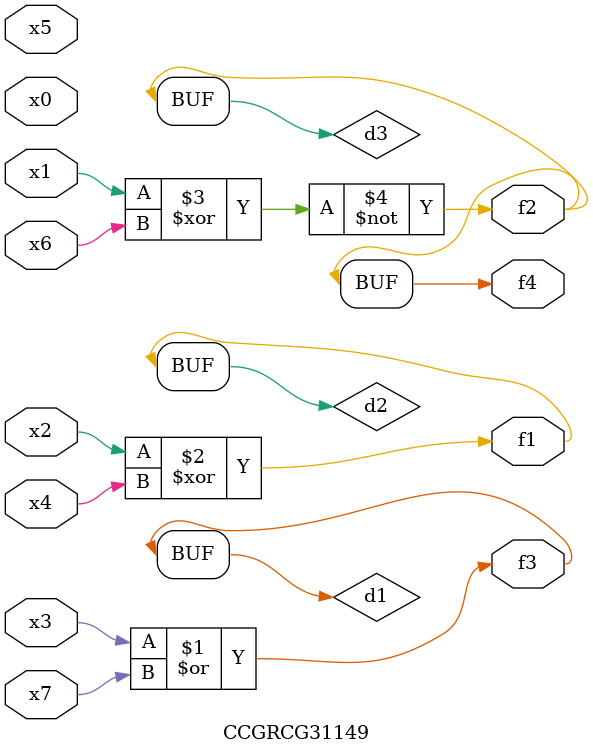
<source format=v>
module CCGRCG31149(
	input x0, x1, x2, x3, x4, x5, x6, x7,
	output f1, f2, f3, f4
);

	wire d1, d2, d3;

	or (d1, x3, x7);
	xor (d2, x2, x4);
	xnor (d3, x1, x6);
	assign f1 = d2;
	assign f2 = d3;
	assign f3 = d1;
	assign f4 = d3;
endmodule

</source>
